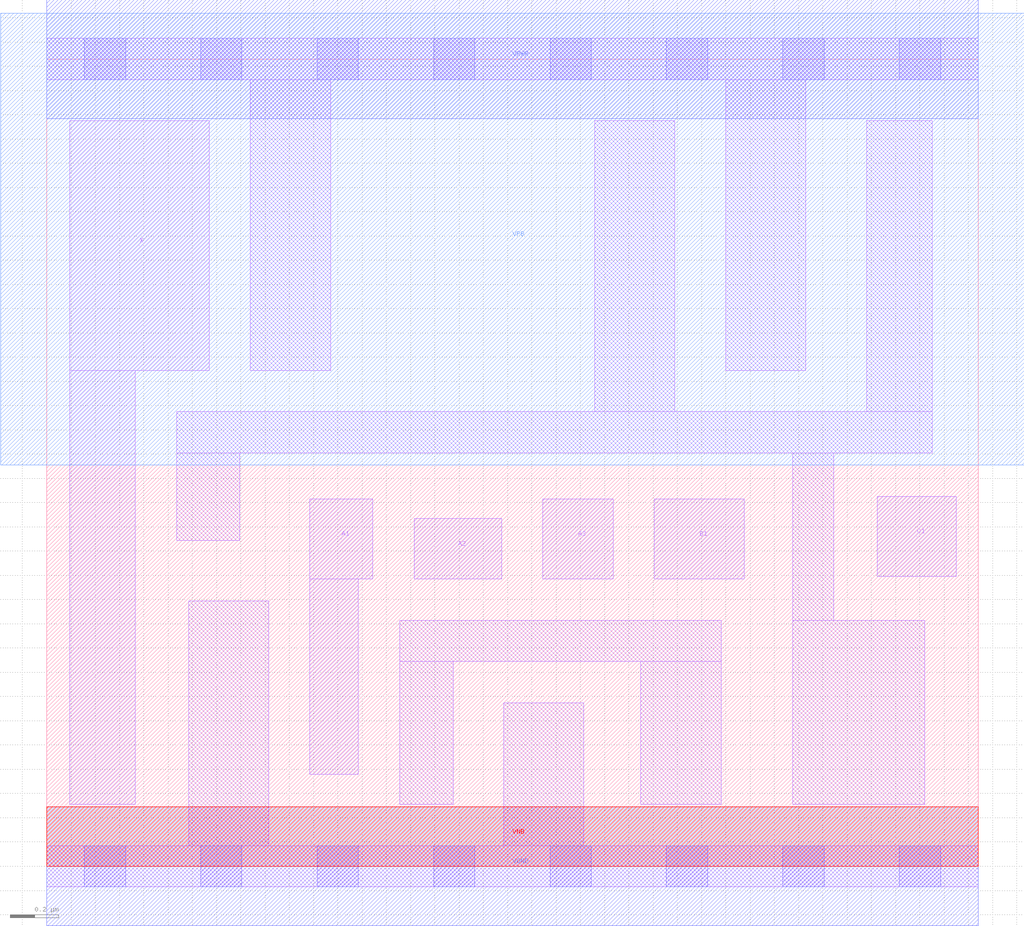
<source format=lef>
# Copyright 2020 The SkyWater PDK Authors
#
# Licensed under the Apache License, Version 2.0 (the "License");
# you may not use this file except in compliance with the License.
# You may obtain a copy of the License at
#
#     https://www.apache.org/licenses/LICENSE-2.0
#
# Unless required by applicable law or agreed to in writing, software
# distributed under the License is distributed on an "AS IS" BASIS,
# WITHOUT WARRANTIES OR CONDITIONS OF ANY KIND, either express or implied.
# See the License for the specific language governing permissions and
# limitations under the License.
#
# SPDX-License-Identifier: Apache-2.0

VERSION 5.7 ;
  NOWIREEXTENSIONATPIN ON ;
  DIVIDERCHAR "/" ;
  BUSBITCHARS "[]" ;
MACRO sky130_fd_sc_lp__o311a_1
  CLASS CORE ;
  FOREIGN sky130_fd_sc_lp__o311a_1 ;
  ORIGIN  0.000000  0.000000 ;
  SIZE  3.840000 BY  3.330000 ;
  SYMMETRY X Y R90 ;
  SITE unit ;
  PIN A1
    ANTENNAGATEAREA  0.315000 ;
    DIRECTION INPUT ;
    USE SIGNAL ;
    PORT
      LAYER li1 ;
        RECT 1.085000 0.380000 1.285000 1.185000 ;
        RECT 1.085000 1.185000 1.345000 1.515000 ;
    END
  END A1
  PIN A2
    ANTENNAGATEAREA  0.315000 ;
    DIRECTION INPUT ;
    USE SIGNAL ;
    PORT
      LAYER li1 ;
        RECT 1.515000 1.185000 1.875000 1.435000 ;
    END
  END A2
  PIN A3
    ANTENNAGATEAREA  0.315000 ;
    DIRECTION INPUT ;
    USE SIGNAL ;
    PORT
      LAYER li1 ;
        RECT 2.045000 1.185000 2.335000 1.515000 ;
    END
  END A3
  PIN B1
    ANTENNAGATEAREA  0.315000 ;
    DIRECTION INPUT ;
    USE SIGNAL ;
    PORT
      LAYER li1 ;
        RECT 2.505000 1.185000 2.875000 1.515000 ;
    END
  END B1
  PIN C1
    ANTENNAGATEAREA  0.315000 ;
    DIRECTION INPUT ;
    USE SIGNAL ;
    PORT
      LAYER li1 ;
        RECT 3.425000 1.195000 3.750000 1.525000 ;
    END
  END C1
  PIN X
    ANTENNADIFFAREA  0.556500 ;
    DIRECTION OUTPUT ;
    USE SIGNAL ;
    PORT
      LAYER li1 ;
        RECT 0.095000 0.255000 0.365000 2.045000 ;
        RECT 0.095000 2.045000 0.670000 3.075000 ;
    END
  END X
  PIN VGND
    DIRECTION INOUT ;
    USE GROUND ;
    PORT
      LAYER met1 ;
        RECT 0.000000 -0.245000 3.840000 0.245000 ;
    END
  END VGND
  PIN VNB
    DIRECTION INOUT ;
    USE GROUND ;
    PORT
      LAYER pwell ;
        RECT 0.000000 0.000000 3.840000 0.245000 ;
    END
  END VNB
  PIN VPB
    DIRECTION INOUT ;
    USE POWER ;
    PORT
      LAYER nwell ;
        RECT -0.190000 1.655000 4.030000 3.520000 ;
    END
  END VPB
  PIN VPWR
    DIRECTION INOUT ;
    USE POWER ;
    PORT
      LAYER met1 ;
        RECT 0.000000 3.085000 3.840000 3.575000 ;
    END
  END VPWR
  OBS
    LAYER li1 ;
      RECT 0.000000 -0.085000 3.840000 0.085000 ;
      RECT 0.000000  3.245000 3.840000 3.415000 ;
      RECT 0.535000  1.345000 0.795000 1.705000 ;
      RECT 0.535000  1.705000 3.650000 1.875000 ;
      RECT 0.585000  0.085000 0.915000 1.095000 ;
      RECT 0.840000  2.045000 1.170000 3.245000 ;
      RECT 1.455000  0.255000 1.675000 0.845000 ;
      RECT 1.455000  0.845000 2.780000 1.015000 ;
      RECT 1.885000  0.085000 2.215000 0.675000 ;
      RECT 2.260000  1.875000 2.590000 3.075000 ;
      RECT 2.450000  0.255000 2.780000 0.845000 ;
      RECT 2.800000  2.045000 3.130000 3.245000 ;
      RECT 3.075000  0.255000 3.620000 1.015000 ;
      RECT 3.075000  1.015000 3.245000 1.705000 ;
      RECT 3.380000  1.875000 3.650000 3.075000 ;
    LAYER mcon ;
      RECT 0.155000 -0.085000 0.325000 0.085000 ;
      RECT 0.155000  3.245000 0.325000 3.415000 ;
      RECT 0.635000 -0.085000 0.805000 0.085000 ;
      RECT 0.635000  3.245000 0.805000 3.415000 ;
      RECT 1.115000 -0.085000 1.285000 0.085000 ;
      RECT 1.115000  3.245000 1.285000 3.415000 ;
      RECT 1.595000 -0.085000 1.765000 0.085000 ;
      RECT 1.595000  3.245000 1.765000 3.415000 ;
      RECT 2.075000 -0.085000 2.245000 0.085000 ;
      RECT 2.075000  3.245000 2.245000 3.415000 ;
      RECT 2.555000 -0.085000 2.725000 0.085000 ;
      RECT 2.555000  3.245000 2.725000 3.415000 ;
      RECT 3.035000 -0.085000 3.205000 0.085000 ;
      RECT 3.035000  3.245000 3.205000 3.415000 ;
      RECT 3.515000 -0.085000 3.685000 0.085000 ;
      RECT 3.515000  3.245000 3.685000 3.415000 ;
  END
END sky130_fd_sc_lp__o311a_1
END LIBRARY

</source>
